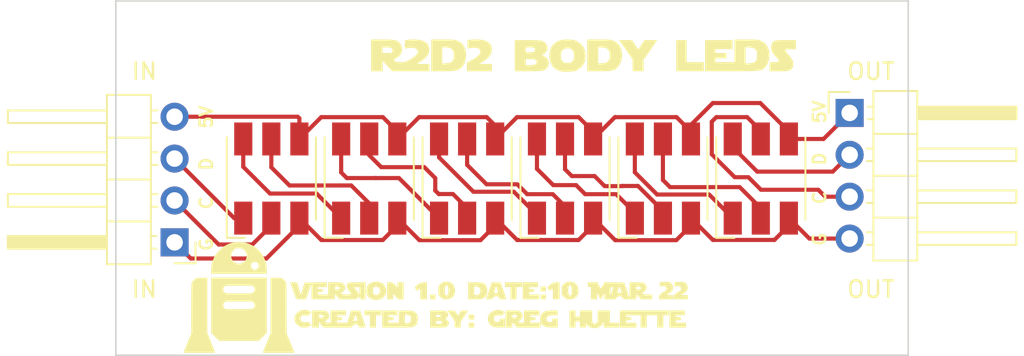
<source format=kicad_pcb>
(kicad_pcb (version 20211014) (generator pcbnew)
  (layers (0 "F.Cu" signal) (31 "B.Cu" signal) (34 "B.Paste" user) (35 "F.Paste" user) (36 "B.SilkS" user "B.Silkscreen") (37 "F.SilkS" user "F.Silkscreen") (38 "B.Mask" user) (39 "F.Mask" user) (44 "Edge.Cuts" user))
  (net 0 "")
  (net 1 "Net-(D1-Pad1)")
  (net 2 "Net-(D1-Pad2)")
  (net 3 "Net-(D1-Pad3)")
  (net 4 "Net-(D1-Pad4)")
  (net 5 "Net-(D1-Pad5)")
  (net 6 "Net-(D1-Pad6)")
  (net 7 "Net-(D2-Pad5)")
  (net 8 "Net-(D2-Pad6)")
  (net 9 "Net-(D3-Pad5)")
  (net 10 "Net-(D3-Pad6)")
  (net 11 "Net-(D4-Pad5)")
  (net 12 "Net-(D4-Pad6)")
  (net 13 "Net-(D5-Pad5)")
  (net 14 "Net-(D5-Pad6)")
  (net 15 "Net-(D6-Pad5)")
  (net 16 "Net-(D6-Pad6)")
  (footprint "Logos:Body Leds Bottom Lines" (layer "F.Cu") (at 145.53 114.09)
    (fp_text reference "G***" hide)
    (fp_text value "LOGO" hide)
  )
  (footprint "Connector_PinHeader_2.54mm:PinHeader_1x04_P2.54mm_Horizontal" (layer "F.Cu") (at 126.56 111.15 180)
    (fp_text reference "J1" hide)
    (fp_text value "Conn_01x04" hide)
    (pad "1" thru_hole rect locked (at 0 0 180) (size 1.7 1.7) (drill 1) (layers *.Cu *.Mask) (net 3 "Net-(D1-Pad3)"))
    (pad "2" thru_hole oval locked (at 0 2.54 180) (size 1.7 1.7) (drill 1) (layers *.Cu *.Mask) (net 2 "Net-(D1-Pad2)"))
    (pad "3" thru_hole oval locked (at 0 5.08 180) (size 1.7 1.7) (drill 1) (layers *.Cu *.Mask) (net 1 "Net-(D1-Pad1)"))
    (pad "4" thru_hole oval locked (at 0 7.62 180) (size 1.7 1.7) (drill 1) (layers *.Cu *.Mask) (net 4 "Net-(D1-Pad4)"))
  )
  (footprint "Logos:Body LEDs Top Lines" (layer "F.Cu") (at 151.18 101.11)
    (fp_text reference "G***" hide)
    (fp_text value "LOGO" hide)
  )
  (footprint "LED_SMD:LED_RGB_5050-6" (layer "F.Cu") (at 156.14 107.28 90)
    (fp_text reference "D5" hide)
    (fp_text value "APA102" hide)
    (pad "1" smd rect locked (at -2.4 -1.7 180) (size 1.1 2) (layers "F.Cu" "F.Paste" "F.Mask") (net 12 "Net-(D4-Pad6)"))
    (pad "2" smd rect locked (at -2.4 0 180) (size 1.1 2) (layers "F.Cu" "F.Paste" "F.Mask") (net 11 "Net-(D4-Pad5)"))
    (pad "3" smd rect locked (at -2.4 1.7 180) (size 1.1 2) (layers "F.Cu" "F.Paste" "F.Mask") (net 3 "Net-(D1-Pad3)"))
    (pad "4" smd rect locked (at 2.4 1.7 180) (size 1.1 2) (layers "F.Cu" "F.Paste" "F.Mask") (net 4 "Net-(D1-Pad4)"))
    (pad "5" smd rect locked (at 2.4 0 180) (size 1.1 2) (layers "F.Cu" "F.Paste" "F.Mask") (net 13 "Net-(D5-Pad5)"))
    (pad "6" smd rect locked (at 2.4 -1.7 180) (size 1.1 2) (layers "F.Cu" "F.Paste" "F.Mask") (net 14 "Net-(D5-Pad6)"))
  )
  (footprint "LED_SMD:LED_RGB_5050-6" (layer "F.Cu") (at 150.21 107.28 90)
    (fp_text reference "D4" hide)
    (fp_text value "APA102" hide)
    (pad "1" smd rect locked (at -2.4 -1.7 180) (size 1.1 2) (layers "F.Cu" "F.Paste" "F.Mask") (net 10 "Net-(D3-Pad6)"))
    (pad "2" smd rect locked (at -2.4 0 180) (size 1.1 2) (layers "F.Cu" "F.Paste" "F.Mask") (net 9 "Net-(D3-Pad5)"))
    (pad "3" smd rect locked (at -2.4 1.7 180) (size 1.1 2) (layers "F.Cu" "F.Paste" "F.Mask") (net 3 "Net-(D1-Pad3)"))
    (pad "4" smd rect locked (at 2.4 1.7 180) (size 1.1 2) (layers "F.Cu" "F.Paste" "F.Mask") (net 4 "Net-(D1-Pad4)"))
    (pad "5" smd rect locked (at 2.4 0 180) (size 1.1 2) (layers "F.Cu" "F.Paste" "F.Mask") (net 11 "Net-(D4-Pad5)"))
    (pad "6" smd rect locked (at 2.4 -1.7 180) (size 1.1 2) (layers "F.Cu" "F.Paste" "F.Mask") (net 12 "Net-(D4-Pad6)"))
  )
  (footprint "MountingHole:MountingHole_3.2mm_M3" (layer "F.Cu") (at 161 114.5)
    (fp_text reference "REF**" hide)
    (fp_text value "MountingHole_3.2mm_M3" hide)
    (pad "" np_thru_hole circle locked (at 0 0) (size 3.2 3.2) (drill 3.2) (layers *.Cu *.Mask))
  )
  (footprint "LED_SMD:LED_RGB_5050-6" (layer "F.Cu") (at 162.07 107.28 90)
    (fp_text reference "D6" hide)
    (fp_text value "APA102" hide)
    (pad "1" smd rect locked (at -2.4 -1.7 180) (size 1.1 2) (layers "F.Cu" "F.Paste" "F.Mask") (net 14 "Net-(D5-Pad6)"))
    (pad "2" smd rect locked (at -2.4 0 180) (size 1.1 2) (layers "F.Cu" "F.Paste" "F.Mask") (net 13 "Net-(D5-Pad5)"))
    (pad "3" smd rect locked (at -2.4 1.7 180) (size 1.1 2) (layers "F.Cu" "F.Paste" "F.Mask") (net 3 "Net-(D1-Pad3)"))
    (pad "4" smd rect locked (at 2.4 1.7 180) (size 1.1 2) (layers "F.Cu" "F.Paste" "F.Mask") (net 4 "Net-(D1-Pad4)"))
    (pad "5" smd rect locked (at 2.4 0 180) (size 1.1 2) (layers "F.Cu" "F.Paste" "F.Mask") (net 15 "Net-(D6-Pad5)"))
    (pad "6" smd rect locked (at 2.4 -1.7 180) (size 1.1 2) (layers "F.Cu" "F.Paste" "F.Mask") (net 16 "Net-(D6-Pad6)"))
  )
  (footprint "LED_SMD:LED_RGB_5050-6" (layer "F.Cu") (at 144.28 107.28 90)
    (fp_text reference "D3" hide)
    (fp_text value "APA102" hide)
    (pad "1" smd rect locked (at -2.4 -1.7 180) (size 1.1 2) (layers "F.Cu" "F.Paste" "F.Mask") (net 8 "Net-(D2-Pad6)"))
    (pad "2" smd rect locked (at -2.4 0 180) (size 1.1 2) (layers "F.Cu" "F.Paste" "F.Mask") (net 7 "Net-(D2-Pad5)"))
    (pad "3" smd rect locked (at -2.4 1.7 180) (size 1.1 2) (layers "F.Cu" "F.Paste" "F.Mask") (net 3 "Net-(D1-Pad3)"))
    (pad "4" smd rect locked (at 2.4 1.7 180) (size 1.1 2) (layers "F.Cu" "F.Paste" "F.Mask") (net 4 "Net-(D1-Pad4)"))
    (pad "5" smd rect locked (at 2.4 0 180) (size 1.1 2) (layers "F.Cu" "F.Paste" "F.Mask") (net 9 "Net-(D3-Pad5)"))
    (pad "6" smd rect locked (at 2.4 -1.7 180) (size 1.1 2) (layers "F.Cu" "F.Paste" "F.Mask") (net 10 "Net-(D3-Pad6)"))
  )
  (footprint "MountingHole:MountingHole_3.2mm_M3" (layer "F.Cu") (at 133 100)
    (fp_text reference "REF**" hide)
    (fp_text value "MountingHole_3.2mm_M3" hide)
    (pad "" np_thru_hole circle locked (at 0 0) (size 3.2 3.2) (drill 3.2) (layers *.Cu *.Mask))
  )
  (footprint "Symbol:r2" (layer "F.Cu") (at 130.49 114.52)
    (fp_text reference "G***" hide)
    (fp_text value "LOGO" hide)
  )
  (footprint "LED_SMD:LED_RGB_5050-6" (layer "F.Cu") (at 132.42 107.28 90)
    (fp_text reference "D1" hide)
    (fp_text value "APA102" hide)
    (pad "1" smd rect locked (at -2.4 -1.7 180) (size 1.1 2) (layers "F.Cu" "F.Paste" "F.Mask") (net 1 "Net-(D1-Pad1)"))
    (pad "2" smd rect locked (at -2.4 0 180) (size 1.1 2) (layers "F.Cu" "F.Paste" "F.Mask") (net 2 "Net-(D1-Pad2)"))
    (pad "3" smd rect locked (at -2.4 1.7 180) (size 1.1 2) (layers "F.Cu" "F.Paste" "F.Mask") (net 3 "Net-(D1-Pad3)"))
    (pad "4" smd rect locked (at 2.4 1.7 180) (size 1.1 2) (layers "F.Cu" "F.Paste" "F.Mask") (net 4 "Net-(D1-Pad4)"))
    (pad "5" smd rect locked (at 2.4 0 180) (size 1.1 2) (layers "F.Cu" "F.Paste" "F.Mask") (net 5 "Net-(D1-Pad5)"))
    (pad "6" smd rect locked (at 2.4 -1.7 180) (size 1.1 2) (layers "F.Cu" "F.Paste" "F.Mask") (net 6 "Net-(D1-Pad6)"))
  )
  (footprint "Connector_PinHeader_2.54mm:PinHeader_1x04_P2.54mm_Horizontal" (layer "F.Cu") (at 167.45 103.3)
    (fp_text reference "J2" hide)
    (fp_text value "Conn_01x04" hide)
    (pad "1" thru_hole rect locked (at 0 0) (size 1.7 1.7) (drill 1) (layers *.Cu *.Mask) (net 4 "Net-(D1-Pad4)"))
    (pad "2" thru_hole oval locked (at 0 2.54) (size 1.7 1.7) (drill 1) (layers *.Cu *.Mask) (net 16 "Net-(D6-Pad6)"))
    (pad "3" thru_hole oval locked (at 0 5.08) (size 1.7 1.7) (drill 1) (layers *.Cu *.Mask) (net 15 "Net-(D6-Pad5)"))
    (pad "4" thru_hole oval locked (at 0 7.62) (size 1.7 1.7) (drill 1) (layers *.Cu *.Mask) (net 3 "Net-(D1-Pad3)"))
  )
  (footprint "LED_SMD:LED_RGB_5050-6" (layer "F.Cu") (at 138.35 107.28 90)
    (fp_text reference "D2" hide)
    (fp_text value "APA102" hide)
    (pad "1" smd rect locked (at -2.4 -1.7 180) (size 1.1 2) (layers "F.Cu" "F.Paste" "F.Mask") (net 6 "Net-(D1-Pad6)"))
    (pad "2" smd rect locked (at -2.4 0 180) (size 1.1 2) (layers "F.Cu" "F.Paste" "F.Mask") (net 5 "Net-(D1-Pad5)"))
    (pad "3" smd rect locked (at -2.4 1.7 180) (size 1.1 2) (layers "F.Cu" "F.Paste" "F.Mask") (net 3 "Net-(D1-Pad3)"))
    (pad "4" smd rect locked (at 2.4 1.7 180) (size 1.1 2) (layers "F.Cu" "F.Paste" "F.Mask") (net 4 "Net-(D1-Pad4)"))
    (pad "5" smd rect locked (at 2.4 0 180) (size 1.1 2) (layers "F.Cu" "F.Paste" "F.Mask") (net 7 "Net-(D2-Pad5)"))
    (pad "6" smd rect locked (at 2.4 -1.7 180) (size 1.1 2) (layers "F.Cu" "F.Paste" "F.Mask") (net 8 "Net-(D2-Pad6)"))
  )
  (gr_line (start 171 96.5) (end 123 96.5) (layer "Edge.Cuts") (width 0.1))
  (gr_line (start 123 118) (end 123 96.5) (layer "Edge.Cuts") (width 0.1))
  (gr_line (start 171 118) (end 123 118) (layer "Edge.Cuts") (width 0.1))
  (gr_line (start 171 96.5) (end 171 118) (layer "Edge.Cuts") (width 0.1))
  (gr_text "5V" (at 165.63 103.24 90) (layer "F.SilkS") (effects (font (size 0.75 0.75))))
  (gr_text "C" (at 128.48 108.76 90) (layer "F.SilkS") (effects (font (size 0.75 0.75))))
  (gr_text "OUT" (at 168.74 100.78) (layer "F.SilkS") (effects (font (size 1 1))))
  (gr_text "G" (at 165.63 110.97 90) (layer "F.SilkS") (effects (font (size 0.75 0.75))))
  (gr_text "G" (at 128.48 111.28 90) (layer "F.SilkS") (effects (font (size 0.75 0.75))))
  (gr_text "D" (at 128.48 106.4 90) (layer "F.SilkS") (effects (font (size 0.75 0.75))))
  (gr_text "IN" (at 124.73 114) (layer "F.SilkS") (effects (font (size 1 1))))
  (gr_text "IN" (at 124.73 100.78) (layer "F.SilkS") (effects (font (size 1 1))))
  (gr_text "D" (at 165.63 106.09 90) (layer "F.SilkS") (effects (font (size 0.75 0.75))))
  (gr_text "C" (at 165.63 108.45 90) (layer "F.SilkS") (effects (font (size 0.75 0.75))))
  (gr_text "5V" (at 128.48 103.55 90) (layer "F.SilkS") (effects (font (size 0.75 0.75))))
  (gr_text "OUT" (at 168.74 114) (layer "F.SilkS") (effects (font (size 1 1))))
  (segment (start 130.17 109.68) (end 126.56 106.07) (width 0.25) (layer "F.Cu") (net 1))
  (segment (start 130.72 109.68) (end 130.17 109.68) (width 0.25) (layer "F.Cu") (net 1))
  (segment (start 131.27 111.28) (end 132.42 110.13) (width 0.25) (layer "F.Cu") (net 2))
  (segment (start 129.23 111.28) (end 131.27 111.28) (width 0.25) (layer "F.Cu") (net 2))
  (segment (start 126.56 108.61) (end 129.23 111.28) (width 0.25) (layer "F.Cu") (net 2))
  (segment (start 132.42 110.13) (end 132.42 109.68) (width 0.25) (layer "F.Cu") (net 2))
  (segment (start 132.12 112.13) (end 127.54 112.13) (width 0.25) (layer "F.Cu") (net 3))
  (segment (start 134.12 110.13) (end 132.12 112.13) (width 0.25) (layer "F.Cu") (net 3))
  (segment (start 151.91 110.13) (end 151.03 111.01) (width 0.25) (layer "F.Cu") (net 3))
  (segment (start 157.84 110.13) (end 156.95 111.02) (width 0.25) (layer "F.Cu") (net 3))
  (segment (start 139.17 111.01) (end 135.45 111.01) (width 0.25) (layer "F.Cu") (net 3))
  (segment (start 145.98 109.68) (end 145.98 110.13) (width 0.25) (layer "F.Cu") (net 3))
  (segment (start 140.05 109.68) (end 140.05 110.13) (width 0.25) (layer "F.Cu") (net 3))
  (segment (start 165.01 110.92) (end 163.77 109.68) (width 0.25) (layer "F.Cu") (net 3))
  (segment (start 156.95 111.02) (end 153.25 111.02) (width 0.25) (layer "F.Cu") (net 3))
  (segment (start 147.31 111.01) (end 145.98 109.68) (width 0.25) (layer "F.Cu") (net 3))
  (segment (start 163.77 110.13) (end 162.895489 111.004511) (width 0.25) (layer "F.Cu") (net 3))
  (segment (start 163.77 109.68) (end 163.77 110.13) (width 0.25) (layer "F.Cu") (net 3))
  (segment (start 140.05 110.13) (end 139.17 111.01) (width 0.25) (layer "F.Cu") (net 3))
  (segment (start 135.45 111.01) (end 134.12 109.68) (width 0.25) (layer "F.Cu") (net 3))
  (segment (start 151.91 109.68) (end 151.91 110.13) (width 0.25) (layer "F.Cu") (net 3))
  (segment (start 159.164511 111.004511) (end 157.84 109.68) (width 0.25) (layer "F.Cu") (net 3))
  (segment (start 153.25 111.02) (end 151.91 109.68) (width 0.25) (layer "F.Cu") (net 3))
  (segment (start 151.03 111.01) (end 147.31 111.01) (width 0.25) (layer "F.Cu") (net 3))
  (segment (start 145.98 110.13) (end 145.09 111.02) (width 0.25) (layer "F.Cu") (net 3))
  (segment (start 167.45 110.92) (end 165.01 110.92) (width 0.25) (layer "F.Cu") (net 3))
  (segment (start 157.84 109.68) (end 157.84 110.13) (width 0.25) (layer "F.Cu") (net 3))
  (segment (start 127.54 112.13) (end 126.56 111.15) (width 0.25) (layer "F.Cu") (net 3))
  (segment (start 145.09 111.02) (end 141.39 111.02) (width 0.25) (layer "F.Cu") (net 3))
  (segment (start 134.12 109.68) (end 134.12 110.13) (width 0.25) (layer "F.Cu") (net 3))
  (segment (start 162.895489 111.004511) (end 159.164511 111.004511) (width 0.25) (layer "F.Cu") (net 3))
  (segment (start 141.39 111.02) (end 140.05 109.68) (width 0.25) (layer "F.Cu") (net 3))
  (segment (start 140.05 104.43) (end 140.05 104.88) (width 0.25) (layer "F.Cu") (net 4))
  (segment (start 162.04 102.7) (end 163.77 104.43) (width 0.25) (layer "F.Cu") (net 4))
  (segment (start 126.56 103.53) (end 134.02 103.53) (width 0.25) (layer "F.Cu") (net 4))
  (segment (start 134.12 104.88) (end 135.444511 103.555489) (width 0.25) (layer "F.Cu") (net 4))
  (segment (start 153.234511 103.555489) (end 156.965489 103.555489) (width 0.25) (layer "F.Cu") (net 4))
  (segment (start 134.02 103.53) (end 134.12 103.63) (width 0.25) (layer "F.Cu") (net 4))
  (segment (start 163.77 104.43) (end 163.77 104.88) (width 0.25) (layer "F.Cu") (net 4))
  (segment (start 157.84 104.43) (end 157.84 104.88) (width 0.25) (layer "F.Cu") (net 4))
  (segment (start 151.91 104.43) (end 151.91 104.88) (width 0.25) (layer "F.Cu") (net 4))
  (segment (start 157.84 104.88) (end 157.84 104.02) (width 0.25) (layer "F.Cu") (net 4))
  (segment (start 163.77 104.88) (end 165.87 104.88) (width 0.25) (layer "F.Cu") (net 4))
  (segment (start 147.304511 103.555489) (end 151.035489 103.555489) (width 0.25) (layer "F.Cu") (net 4))
  (segment (start 156.965489 103.555489) (end 157.84 104.43) (width 0.25) (layer "F.Cu") (net 4))
  (segment (start 135.444511 103.555489) (end 139.175489 103.555489) (width 0.25) (layer "F.Cu") (net 4))
  (segment (start 141.374511 103.555489) (end 145.465489 103.555489) (width 0.25) (layer "F.Cu") (net 4))
  (segment (start 139.175489 103.555489) (end 140.05 104.43) (width 0.25) (layer "F.Cu") (net 4))
  (segment (start 134.12 103.63) (end 134.12 104.88) (width 0.25) (layer "F.Cu") (net 4))
  (segment (start 140.05 104.88) (end 141.374511 103.555489) (width 0.25) (layer "F.Cu") (net 4))
  (segment (start 157.84 104.02) (end 159.16 102.7) (width 0.25) (layer "F.Cu") (net 4))
  (segment (start 151.035489 103.555489) (end 151.91 104.43) (width 0.25) (layer "F.Cu") (net 4))
  (segment (start 151.91 104.88) (end 153.234511 103.555489) (width 0.25) (layer "F.Cu") (net 4))
  (segment (start 145.465489 103.555489) (end 145.98 104.07) (width 0.25) (layer "F.Cu") (net 4))
  (segment (start 159.16 102.7) (end 162.04 102.7) (width 0.25) (layer "F.Cu") (net 4))
  (segment (start 145.98 104.07) (end 145.98 104.88) (width 0.25) (layer "F.Cu") (net 4))
  (segment (start 165.87 104.88) (end 167.45 103.3) (width 0.25) (layer "F.Cu") (net 4))
  (segment (start 145.98 104.88) (end 147.304511 103.555489) (width 0.25) (layer "F.Cu") (net 4))
  (segment (start 138.35 108.79) (end 138.35 109.68) (width 0.25) (layer "F.Cu") (net 5))
  (segment (start 132.42 104.88) (end 132.42 106.6) (width 0.25) (layer "F.Cu") (net 5))
  (segment (start 133.52 107.7) (end 137.26 107.7) (width 0.25) (layer "F.Cu") (net 5))
  (segment (start 137.26 107.7) (end 138.35 108.79) (width 0.25) (layer "F.Cu") (net 5))
  (segment (start 132.42 106.6) (end 133.52 107.7) (width 0.25) (layer "F.Cu") (net 5))
  (segment (start 135.16 108.19) (end 136.65 109.68) (width 0.25) (layer "F.Cu") (net 6))
  (segment (start 130.72 106.57) (end 132.34 108.19) (width 0.25) (layer "F.Cu") (net 6))
  (segment (start 132.34 108.19) (end 135.16 108.19) (width 0.25) (layer "F.Cu") (net 6))
  (segment (start 130.72 104.88) (end 130.72 106.57) (width 0.25) (layer "F.Cu") (net 6))
  (segment (start 144.28 109.08) (end 144.28 109.68) (width 0.25) (layer "F.Cu") (net 7))
  (segment (start 142.35 107.250978) (end 142.35 108.01) (width 0.25) (layer "F.Cu") (net 7))
  (segment (start 138.35 105.86) (end 139.08 106.59) (width 0.25) (layer "F.Cu") (net 7))
  (segment (start 138.35 104.88) (end 138.35 105.86) (width 0.25) (layer "F.Cu") (net 7))
  (segment (start 142.56 108.22) (end 143.42 108.22) (width 0.25) (layer "F.Cu") (net 7))
  (segment (start 142.35 108.01) (end 142.56 108.22) (width 0.25) (layer "F.Cu") (net 7))
  (segment (start 139.08 106.59) (end 141.689022 106.59) (width 0.25) (layer "F.Cu") (net 7))
  (segment (start 141.689022 106.59) (end 142.35 107.250978) (width 0.25) (layer "F.Cu") (net 7))
  (segment (start 143.42 108.22) (end 144.28 109.08) (width 0.25) (layer "F.Cu") (net 7))
  (segment (start 138.73952 107.25048) (end 138.74 107.25) (width 0.25) (layer "F.Cu") (net 8))
  (segment (start 136.65 106.91048) (end 136.99 107.25048) (width 0.25) (layer "F.Cu") (net 8))
  (segment (start 138.74 107.25) (end 140.15 107.25) (width 0.25) (layer "F.Cu") (net 8))
  (segment (start 140.15 107.25) (end 142.58 109.68) (width 0.25) (layer "F.Cu") (net 8))
  (segment (start 136.99 107.25048) (end 138.73952 107.25048) (width 0.25) (layer "F.Cu") (net 8))
  (segment (start 136.65 104.88) (end 136.65 106.91048) (width 0.25) (layer "F.Cu") (net 8))
  (segment (start 149.47 108.23) (end 150.21 108.97) (width 0.25) (layer "F.Cu") (net 9))
  (segment (start 147.92 108.23) (end 149.47 108.23) (width 0.25) (layer "F.Cu") (net 9))
  (segment (start 147.32048 107.63048) (end 147.92 108.23) (width 0.25) (layer "F.Cu") (net 9))
  (segment (start 150.21 108.97) (end 150.21 109.68) (width 0.25) (layer "F.Cu") (net 9))
  (segment (start 144.28 104.88) (end 144.28 106.45) (width 0.25) (layer "F.Cu") (net 9))
  (segment (start 145.46048 107.63048) (end 147.32048 107.63048) (width 0.25) (layer "F.Cu") (net 9))
  (segment (start 144.28 106.45) (end 145.46048 107.63048) (width 0.25) (layer "F.Cu") (net 9))
  (segment (start 148.51 109.48) (end 148.51 109.68) (width 0.25) (layer "F.Cu") (net 10))
  (segment (start 142.58 104.88) (end 142.58 106) (width 0.25) (layer "F.Cu") (net 10))
  (segment (start 142.58 106) (end 144.66 108.08) (width 0.25) (layer "F.Cu") (net 10))
  (segment (start 144.66 108.08) (end 147.11 108.08) (width 0.25) (layer "F.Cu") (net 10))
  (segment (start 147.11 108.08) (end 148.51 109.48) (width 0.25) (layer "F.Cu") (net 10))
  (segment (start 150.21 104.88) (end 150.21 106.72) (width 0.25) (layer "F.Cu") (net 11))
  (segment (start 153.67 107.74) (end 153.68 107.73) (width 0.25) (layer "F.Cu") (net 11))
  (segment (start 152.61 107.74) (end 153.67 107.74) (width 0.25) (layer "F.Cu") (net 11))
  (segment (start 150.62 107.13) (end 152 107.13) (width 0.25) (layer "F.Cu") (net 11))
  (segment (start 152 107.13) (end 152.61 107.74) (width 0.25) (layer "F.Cu") (net 11))
  (segment (start 150.21 106.72) (end 150.62 107.13) (width 0.25) (layer "F.Cu") (net 11))
  (segment (start 156.14 109.24) (end 156.14 109.68) (width 0.25) (layer "F.Cu") (net 11))
  (segment (start 154.63 107.73) (end 156.14 109.24) (width 0.25) (layer "F.Cu") (net 11))
  (segment (start 153.68 107.73) (end 154.63 107.73) (width 0.25) (layer "F.Cu") (net 11))
  (segment (start 154.44 109.36) (end 154.44 109.68) (width 0.25) (layer "F.Cu") (net 12))
  (segment (start 149.5 107.68) (end 150.88 107.68) (width 0.25) (layer "F.Cu") (net 12))
  (segment (start 150.88 107.68) (end 151.43 108.23) (width 0.25) (layer "F.Cu") (net 12))
  (segment (start 148.51 106.69) (end 149.5 107.68) (width 0.25) (layer "F.Cu") (net 12))
  (segment (start 151.43 108.23) (end 153.31 108.23) (width 0.25) (layer "F.Cu") (net 12))
  (segment (start 148.51 104.88) (end 148.51 106.69) (width 0.25) (layer "F.Cu") (net 12))
  (segment (start 153.31 108.23) (end 154.44 109.36) (width 0.25) (layer "F.Cu") (net 12))
  (segment (start 160.79 107.8) (end 162.07 109.08) (width 0.25) (layer "F.Cu") (net 13))
  (segment (start 156.14 104.88) (end 156.14 107.37048) (width 0.25) (layer "F.Cu") (net 13))
  (segment (start 159.43 107.8) (end 160.79 107.8) (width 0.25) (layer "F.Cu") (net 13))
  (segment (start 159.42952 107.80048) (end 159.43 107.8) (width 0.25) (layer "F.Cu") (net 13))
  (segment (start 156.14 107.37048) (end 156.57 107.80048) (width 0.25) (layer "F.Cu") (net 13))
  (segment (start 162.07 109.08) (end 162.07 109.68) (width 0.25) (layer "F.Cu") (net 13))
  (segment (start 156.57 107.80048) (end 159.42952 107.80048) (width 0.25) (layer "F.Cu") (net 13))
  (segment (start 158.94 108.25) (end 160.37 109.68) (width 0.25) (layer "F.Cu") (net 14))
  (segment (start 154.44 104.88) (end 154.44 106.904282) (width 0.25) (layer "F.Cu") (net 14))
  (segment (start 155.785718 108.25) (end 158.94 108.25) (width 0.25) (layer "F.Cu") (net 14))
  (segment (start 154.44 106.904282) (end 155.785718 108.25) (width 0.25) (layer "F.Cu") (net 14))
  (segment (start 165.55 107.96) (end 165.97 108.38) (width 0.25) (layer "F.Cu") (net 15))
  (segment (start 159.1 103.83) (end 159.1 105.81) (width 0.25) (layer "F.Cu") (net 15))
  (segment (start 161.32 107.2) (end 162.08 107.96) (width 0.25) (layer "F.Cu") (net 15))
  (segment (start 162.07 104.88) (end 162.07 104.380978) (width 0.25) (layer "F.Cu") (net 15))
  (segment (start 162.08 107.96) (end 165.55 107.96) (width 0.25) (layer "F.Cu") (net 15))
  (segment (start 165.97 108.38) (end 167.45 108.38) (width 0.25) (layer "F.Cu") (net 15))
  (segment (start 161.244511 103.555489) (end 159.374511 103.555489) (width 0.25) (layer "F.Cu") (net 15))
  (segment (start 159.374511 103.555489) (end 159.1 103.83) (width 0.25) (layer "F.Cu") (net 15))
  (segment (start 159.1 105.81) (end 160.49 107.2) (width 0.25) (layer "F.Cu") (net 15))
  (segment (start 160.49 107.2) (end 161.32 107.2) (width 0.25) (layer "F.Cu") (net 15))
  (segment (start 162.07 104.380978) (end 161.244511 103.555489) (width 0.25) (layer "F.Cu") (net 15))
  (segment (start 166.43 106.86) (end 167.45 105.84) (width 0.25) (layer "F.Cu") (net 16))
  (segment (start 160.37 105.38) (end 161.85 106.86) (width 0.25) (layer "F.Cu") (net 16))
  (segment (start 160.37 104.88) (end 160.37 105.38) (width 0.25) (layer "F.Cu") (net 16))
  (segment (start 161.85 106.86) (end 166.43 106.86) (width 0.25) (layer "F.Cu") (net 16))
)
</source>
